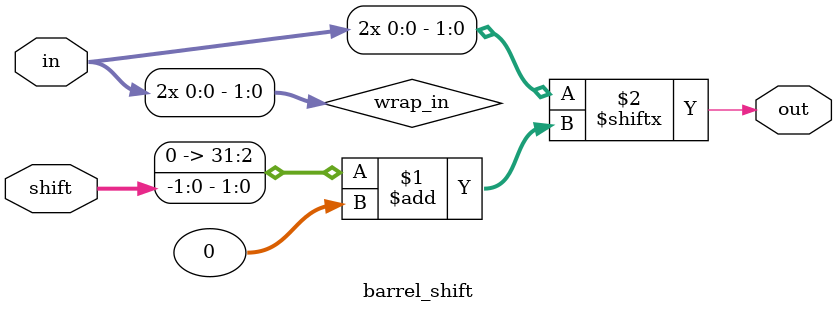
<source format=sv>

`ifndef __barrel_shift__
`define __barrel_shift__

module barrel_shift #(BITS = 1) (
  input [BITS-1:0] in,
  input [$clog2(BITS)-1:0] shift,
  output [BITS-1:0] out
);

  wire [(2*BITS)-1:0] wrap_in;

  assign wrap_in = {2{in}};
  assign out = wrap_in[shift +: BITS];
endmodule

`endif


</source>
